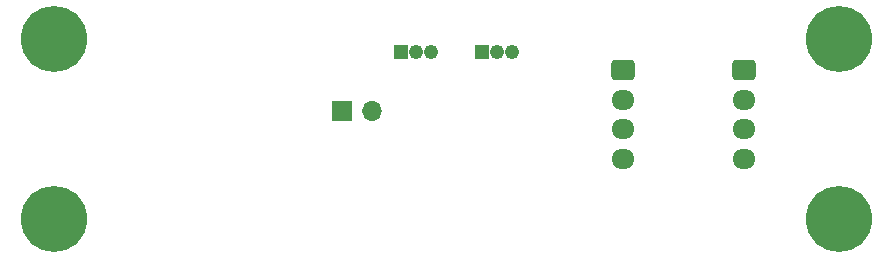
<source format=gbr>
%TF.GenerationSoftware,KiCad,Pcbnew,8.0.1*%
%TF.CreationDate,2024-03-19T19:55:23+01:00*%
%TF.ProjectId,lang1,6c616e67-312e-46b6-9963-61645f706362,rev?*%
%TF.SameCoordinates,Original*%
%TF.FileFunction,Soldermask,Bot*%
%TF.FilePolarity,Negative*%
%FSLAX46Y46*%
G04 Gerber Fmt 4.6, Leading zero omitted, Abs format (unit mm)*
G04 Created by KiCad (PCBNEW 8.0.1) date 2024-03-19 19:55:23*
%MOMM*%
%LPD*%
G01*
G04 APERTURE LIST*
G04 Aperture macros list*
%AMRoundRect*
0 Rectangle with rounded corners*
0 $1 Rounding radius*
0 $2 $3 $4 $5 $6 $7 $8 $9 X,Y pos of 4 corners*
0 Add a 4 corners polygon primitive as box body*
4,1,4,$2,$3,$4,$5,$6,$7,$8,$9,$2,$3,0*
0 Add four circle primitives for the rounded corners*
1,1,$1+$1,$2,$3*
1,1,$1+$1,$4,$5*
1,1,$1+$1,$6,$7*
1,1,$1+$1,$8,$9*
0 Add four rect primitives between the rounded corners*
20,1,$1+$1,$2,$3,$4,$5,0*
20,1,$1+$1,$4,$5,$6,$7,0*
20,1,$1+$1,$6,$7,$8,$9,0*
20,1,$1+$1,$8,$9,$2,$3,0*%
G04 Aperture macros list end*
%ADD10R,1.700000X1.700000*%
%ADD11O,1.700000X1.700000*%
%ADD12C,5.600000*%
%ADD13RoundRect,0.102000X-0.515000X-0.515000X0.515000X-0.515000X0.515000X0.515000X-0.515000X0.515000X0*%
%ADD14C,1.234000*%
%ADD15RoundRect,0.250000X-0.725000X0.600000X-0.725000X-0.600000X0.725000X-0.600000X0.725000X0.600000X0*%
%ADD16O,1.950000X1.700000*%
G04 APERTURE END LIST*
D10*
%TO.C,J3*%
X123407898Y-59472102D03*
D11*
X125947898Y-59472102D03*
%TD*%
D12*
%TO.C,H4*%
X165484000Y-68590000D03*
%TD*%
%TO.C,H3*%
X99060000Y-68590000D03*
%TD*%
%TO.C,H2*%
X165484000Y-53340000D03*
%TD*%
%TO.C,H1*%
X99060000Y-53340000D03*
%TD*%
D13*
%TO.C,VDD*%
X135228000Y-54450000D03*
D14*
X136498000Y-54450000D03*
X137768000Y-54450000D03*
%TD*%
D15*
%TO.C,J2*%
X147200000Y-56000000D03*
D16*
X147200000Y-58500000D03*
X147200000Y-61000000D03*
X147200000Y-63500000D03*
%TD*%
D13*
%TO.C,VDD*%
X128428000Y-54450000D03*
D14*
X129698000Y-54450000D03*
X130968000Y-54450000D03*
%TD*%
D15*
%TO.C,J1*%
X157480000Y-56000000D03*
D16*
X157480000Y-58500000D03*
X157480000Y-61000000D03*
X157480000Y-63500000D03*
%TD*%
M02*

</source>
